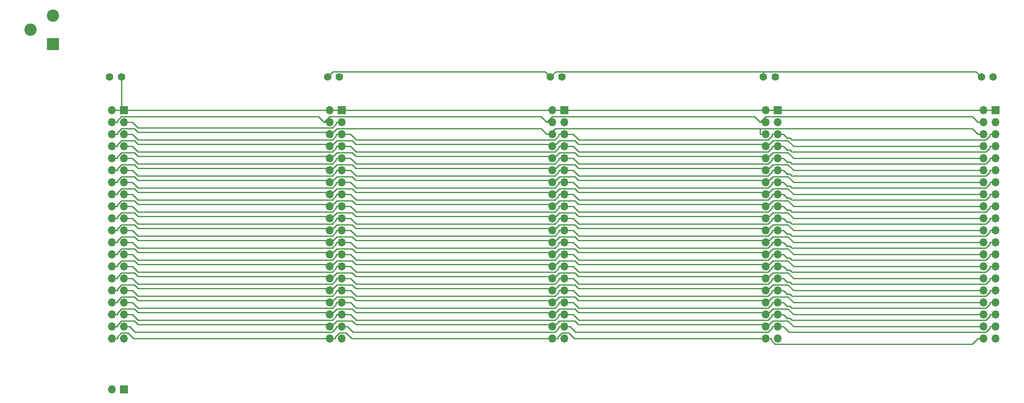
<source format=gtl>
G04 #@! TF.GenerationSoftware,KiCad,Pcbnew,(5.1.12)-1*
G04 #@! TF.CreationDate,2022-10-05T17:50:00-05:00*
G04 #@! TF.ProjectId,motherboard,6d6f7468-6572-4626-9f61-72642e6b6963,rev?*
G04 #@! TF.SameCoordinates,Original*
G04 #@! TF.FileFunction,Copper,L1,Top*
G04 #@! TF.FilePolarity,Positive*
%FSLAX46Y46*%
G04 Gerber Fmt 4.6, Leading zero omitted, Abs format (unit mm)*
G04 Created by KiCad (PCBNEW (5.1.12)-1) date 2022-10-05 17:50:00*
%MOMM*%
%LPD*%
G01*
G04 APERTURE LIST*
G04 #@! TA.AperFunction,ComponentPad*
%ADD10O,1.700000X1.700000*%
G04 #@! TD*
G04 #@! TA.AperFunction,ComponentPad*
%ADD11R,1.700000X1.700000*%
G04 #@! TD*
G04 #@! TA.AperFunction,ComponentPad*
%ADD12C,1.600000*%
G04 #@! TD*
G04 #@! TA.AperFunction,ComponentPad*
%ADD13R,2.600000X2.600000*%
G04 #@! TD*
G04 #@! TA.AperFunction,ComponentPad*
%ADD14C,2.600000*%
G04 #@! TD*
G04 #@! TA.AperFunction,Conductor*
%ADD15C,0.250000*%
G04 #@! TD*
G04 APERTURE END LIST*
D10*
X232460000Y-105260000D03*
X235000000Y-105260000D03*
X232460000Y-102720000D03*
X235000000Y-102720000D03*
X232460000Y-100180000D03*
X235000000Y-100180000D03*
X232460000Y-97640000D03*
X235000000Y-97640000D03*
X232460000Y-95100000D03*
X235000000Y-95100000D03*
X232460000Y-92560000D03*
X235000000Y-92560000D03*
X232460000Y-90020000D03*
X235000000Y-90020000D03*
X232460000Y-87480000D03*
X235000000Y-87480000D03*
X232460000Y-84940000D03*
X235000000Y-84940000D03*
X232460000Y-82400000D03*
X235000000Y-82400000D03*
X232460000Y-79860000D03*
X235000000Y-79860000D03*
X232460000Y-77320000D03*
X235000000Y-77320000D03*
X232460000Y-74780000D03*
X235000000Y-74780000D03*
X232460000Y-72240000D03*
X235000000Y-72240000D03*
X232460000Y-69700000D03*
X235000000Y-69700000D03*
X232460000Y-67160000D03*
X235000000Y-67160000D03*
X232460000Y-64620000D03*
X235000000Y-64620000D03*
X232460000Y-62080000D03*
X235000000Y-62080000D03*
X232460000Y-59540000D03*
X235000000Y-59540000D03*
X232460000Y-57000000D03*
D11*
X235000000Y-57000000D03*
D10*
X186460000Y-105260000D03*
X189000000Y-105260000D03*
X186460000Y-102720000D03*
X189000000Y-102720000D03*
X186460000Y-100180000D03*
X189000000Y-100180000D03*
X186460000Y-97640000D03*
X189000000Y-97640000D03*
X186460000Y-95100000D03*
X189000000Y-95100000D03*
X186460000Y-92560000D03*
X189000000Y-92560000D03*
X186460000Y-90020000D03*
X189000000Y-90020000D03*
X186460000Y-87480000D03*
X189000000Y-87480000D03*
X186460000Y-84940000D03*
X189000000Y-84940000D03*
X186460000Y-82400000D03*
X189000000Y-82400000D03*
X186460000Y-79860000D03*
X189000000Y-79860000D03*
X186460000Y-77320000D03*
X189000000Y-77320000D03*
X186460000Y-74780000D03*
X189000000Y-74780000D03*
X186460000Y-72240000D03*
X189000000Y-72240000D03*
X186460000Y-69700000D03*
X189000000Y-69700000D03*
X186460000Y-67160000D03*
X189000000Y-67160000D03*
X186460000Y-64620000D03*
X189000000Y-64620000D03*
X186460000Y-62080000D03*
X189000000Y-62080000D03*
X186460000Y-59540000D03*
X189000000Y-59540000D03*
X186460000Y-57000000D03*
D11*
X189000000Y-57000000D03*
D10*
X141460000Y-105260000D03*
X144000000Y-105260000D03*
X141460000Y-102720000D03*
X144000000Y-102720000D03*
X141460000Y-100180000D03*
X144000000Y-100180000D03*
X141460000Y-97640000D03*
X144000000Y-97640000D03*
X141460000Y-95100000D03*
X144000000Y-95100000D03*
X141460000Y-92560000D03*
X144000000Y-92560000D03*
X141460000Y-90020000D03*
X144000000Y-90020000D03*
X141460000Y-87480000D03*
X144000000Y-87480000D03*
X141460000Y-84940000D03*
X144000000Y-84940000D03*
X141460000Y-82400000D03*
X144000000Y-82400000D03*
X141460000Y-79860000D03*
X144000000Y-79860000D03*
X141460000Y-77320000D03*
X144000000Y-77320000D03*
X141460000Y-74780000D03*
X144000000Y-74780000D03*
X141460000Y-72240000D03*
X144000000Y-72240000D03*
X141460000Y-69700000D03*
X144000000Y-69700000D03*
X141460000Y-67160000D03*
X144000000Y-67160000D03*
X141460000Y-64620000D03*
X144000000Y-64620000D03*
X141460000Y-62080000D03*
X144000000Y-62080000D03*
X141460000Y-59540000D03*
X144000000Y-59540000D03*
X141460000Y-57000000D03*
D11*
X144000000Y-57000000D03*
D10*
X94460000Y-105260000D03*
X97000000Y-105260000D03*
X94460000Y-102720000D03*
X97000000Y-102720000D03*
X94460000Y-100180000D03*
X97000000Y-100180000D03*
X94460000Y-97640000D03*
X97000000Y-97640000D03*
X94460000Y-95100000D03*
X97000000Y-95100000D03*
X94460000Y-92560000D03*
X97000000Y-92560000D03*
X94460000Y-90020000D03*
X97000000Y-90020000D03*
X94460000Y-87480000D03*
X97000000Y-87480000D03*
X94460000Y-84940000D03*
X97000000Y-84940000D03*
X94460000Y-82400000D03*
X97000000Y-82400000D03*
X94460000Y-79860000D03*
X97000000Y-79860000D03*
X94460000Y-77320000D03*
X97000000Y-77320000D03*
X94460000Y-74780000D03*
X97000000Y-74780000D03*
X94460000Y-72240000D03*
X97000000Y-72240000D03*
X94460000Y-69700000D03*
X97000000Y-69700000D03*
X94460000Y-67160000D03*
X97000000Y-67160000D03*
X94460000Y-64620000D03*
X97000000Y-64620000D03*
X94460000Y-62080000D03*
X97000000Y-62080000D03*
X94460000Y-59540000D03*
X97000000Y-59540000D03*
X94460000Y-57000000D03*
D11*
X97000000Y-57000000D03*
D10*
X48460000Y-105260000D03*
X51000000Y-105260000D03*
X48460000Y-102720000D03*
X51000000Y-102720000D03*
X48460000Y-100180000D03*
X51000000Y-100180000D03*
X48460000Y-97640000D03*
X51000000Y-97640000D03*
X48460000Y-95100000D03*
X51000000Y-95100000D03*
X48460000Y-92560000D03*
X51000000Y-92560000D03*
X48460000Y-90020000D03*
X51000000Y-90020000D03*
X48460000Y-87480000D03*
X51000000Y-87480000D03*
X48460000Y-84940000D03*
X51000000Y-84940000D03*
X48460000Y-82400000D03*
X51000000Y-82400000D03*
X48460000Y-79860000D03*
X51000000Y-79860000D03*
X48460000Y-77320000D03*
X51000000Y-77320000D03*
X48460000Y-74780000D03*
X51000000Y-74780000D03*
X48460000Y-72240000D03*
X51000000Y-72240000D03*
X48460000Y-69700000D03*
X51000000Y-69700000D03*
X48460000Y-67160000D03*
X51000000Y-67160000D03*
X48460000Y-64620000D03*
X51000000Y-64620000D03*
X48460000Y-62080000D03*
X51000000Y-62080000D03*
X48460000Y-59540000D03*
X51000000Y-59540000D03*
X48460000Y-57000000D03*
D11*
X51000000Y-57000000D03*
D12*
X232000000Y-50000000D03*
X234500000Y-50000000D03*
X96500000Y-50000000D03*
X94000000Y-50000000D03*
X186000000Y-50000000D03*
X188500000Y-50000000D03*
X143500000Y-50000000D03*
X141000000Y-50000000D03*
X48000000Y-50000000D03*
X50500000Y-50000000D03*
D13*
X36000000Y-43000000D03*
D14*
X36000000Y-37000000D03*
X31300000Y-40000000D03*
D11*
X51000000Y-116000000D03*
D10*
X48460000Y-116000000D03*
D15*
X186000000Y-48826000D02*
X230826000Y-48826000D01*
X230826000Y-48826000D02*
X232000000Y-50000000D01*
X141000000Y-50000000D02*
X142174000Y-48826000D01*
X142174000Y-48826000D02*
X186000000Y-48826000D01*
X186000000Y-50000000D02*
X186000000Y-48826000D01*
X94000000Y-50000000D02*
X95125200Y-48874800D01*
X95125200Y-48874800D02*
X139874800Y-48874800D01*
X139874800Y-48874800D02*
X141000000Y-50000000D01*
X96412500Y-59540000D02*
X97000000Y-59540000D01*
X96412500Y-59540000D02*
X95824900Y-59540000D01*
X95824900Y-59540000D02*
X95824900Y-59905200D01*
X95824900Y-59905200D02*
X94999500Y-60730600D01*
X94999500Y-60730600D02*
X54002300Y-60730600D01*
X54002300Y-60730600D02*
X52811700Y-59540000D01*
X52811700Y-59540000D02*
X52175100Y-59540000D01*
X51000000Y-59540000D02*
X52175100Y-59540000D01*
X141460000Y-57000000D02*
X97000000Y-57000000D01*
X144000000Y-57000000D02*
X141460000Y-57000000D01*
X235000000Y-57000000D02*
X232460000Y-57000000D01*
X189000000Y-57000000D02*
X232460000Y-57000000D01*
X186460000Y-57000000D02*
X189000000Y-57000000D01*
X144000000Y-57000000D02*
X186460000Y-57000000D01*
X94460000Y-57000000D02*
X51000000Y-57000000D01*
X97000000Y-57000000D02*
X94460000Y-57000000D01*
X50500000Y-57000000D02*
X48460000Y-57000000D01*
X51000000Y-57000000D02*
X50500000Y-57000000D01*
X50500000Y-57000000D02*
X50500000Y-50000000D01*
X140284900Y-59540000D02*
X141479100Y-58345800D01*
X141479100Y-58345800D02*
X184090700Y-58345800D01*
X184090700Y-58345800D02*
X185284900Y-59540000D01*
X141460000Y-59540000D02*
X140284900Y-59540000D01*
X93284900Y-59540000D02*
X94460100Y-58364800D01*
X94460100Y-58364800D02*
X139109700Y-58364800D01*
X139109700Y-58364800D02*
X140284900Y-59540000D01*
X49635100Y-59540000D02*
X49635100Y-59172800D01*
X49635100Y-59172800D02*
X50443100Y-58364800D01*
X50443100Y-58364800D02*
X92109700Y-58364800D01*
X92109700Y-58364800D02*
X93284900Y-59540000D01*
X94460000Y-59540000D02*
X93284900Y-59540000D01*
X48460000Y-59540000D02*
X49635100Y-59540000D01*
X232460000Y-59540000D02*
X231284900Y-59540000D01*
X231284900Y-59540000D02*
X230090700Y-58345800D01*
X230090700Y-58345800D02*
X186479100Y-58345800D01*
X186479100Y-58345800D02*
X185284900Y-59540000D01*
X186460000Y-59540000D02*
X185284900Y-59540000D01*
X185284900Y-60899300D02*
X230104200Y-60899300D01*
X230104200Y-60899300D02*
X231284900Y-62080000D01*
X140872500Y-62080000D02*
X142053200Y-60899300D01*
X142053200Y-60899300D02*
X185284900Y-60899300D01*
X185284900Y-60899300D02*
X185284900Y-62080000D01*
X232460000Y-62080000D02*
X231284900Y-62080000D01*
X186460000Y-62080000D02*
X185284900Y-62080000D01*
X140872500Y-62080000D02*
X140284900Y-62080000D01*
X141460000Y-62080000D02*
X140872500Y-62080000D01*
X94460000Y-61629800D02*
X95219000Y-61629800D01*
X95219000Y-61629800D02*
X95986200Y-60862600D01*
X95986200Y-60862600D02*
X139067500Y-60862600D01*
X139067500Y-60862600D02*
X140284900Y-62080000D01*
X49635100Y-62080000D02*
X49635100Y-61712800D01*
X49635100Y-61712800D02*
X50485300Y-60862600D01*
X50485300Y-60862600D02*
X53179500Y-60862600D01*
X53179500Y-60862600D02*
X53946700Y-61629800D01*
X53946700Y-61629800D02*
X94460000Y-61629800D01*
X94460000Y-62080000D02*
X94460000Y-61629800D01*
X48460000Y-62080000D02*
X49635100Y-62080000D01*
X186460000Y-64169800D02*
X187219000Y-64169800D01*
X187219000Y-64169800D02*
X187986200Y-63402600D01*
X187986200Y-63402600D02*
X191179500Y-63402600D01*
X191179500Y-63402600D02*
X192396900Y-64620000D01*
X192396900Y-64620000D02*
X232460000Y-64620000D01*
X141460000Y-64169800D02*
X142219000Y-64169800D01*
X142219000Y-64169800D02*
X142986200Y-63402600D01*
X142986200Y-63402600D02*
X146179500Y-63402600D01*
X146179500Y-63402600D02*
X146946700Y-64169800D01*
X146946700Y-64169800D02*
X186460000Y-64169800D01*
X186460000Y-64620000D02*
X186460000Y-64169800D01*
X94460000Y-64169800D02*
X95219000Y-64169800D01*
X95219000Y-64169800D02*
X95986200Y-63402600D01*
X95986200Y-63402600D02*
X99179500Y-63402600D01*
X99179500Y-63402600D02*
X99946700Y-64169800D01*
X99946700Y-64169800D02*
X141460000Y-64169800D01*
X141460000Y-64620000D02*
X141460000Y-64169800D01*
X49635100Y-64620000D02*
X49635100Y-64252800D01*
X49635100Y-64252800D02*
X50485300Y-63402600D01*
X50485300Y-63402600D02*
X53179500Y-63402600D01*
X53179500Y-63402600D02*
X53946700Y-64169800D01*
X53946700Y-64169800D02*
X94460000Y-64169800D01*
X94460000Y-64620000D02*
X94460000Y-64169800D01*
X48460000Y-64620000D02*
X49635100Y-64620000D01*
X186460000Y-66709800D02*
X187219000Y-66709800D01*
X187219000Y-66709800D02*
X187986200Y-65942600D01*
X187986200Y-65942600D02*
X191179500Y-65942600D01*
X191179500Y-65942600D02*
X192396900Y-67160000D01*
X192396900Y-67160000D02*
X232460000Y-67160000D01*
X141460000Y-66709800D02*
X142219000Y-66709800D01*
X142219000Y-66709800D02*
X142986200Y-65942600D01*
X142986200Y-65942600D02*
X146179500Y-65942600D01*
X146179500Y-65942600D02*
X146946700Y-66709800D01*
X146946700Y-66709800D02*
X186460000Y-66709800D01*
X186460000Y-67160000D02*
X186460000Y-66709800D01*
X94460000Y-66709800D02*
X95219000Y-66709800D01*
X95219000Y-66709800D02*
X95986200Y-65942600D01*
X95986200Y-65942600D02*
X99179500Y-65942600D01*
X99179500Y-65942600D02*
X99946700Y-66709800D01*
X99946700Y-66709800D02*
X141460000Y-66709800D01*
X141460000Y-67160000D02*
X141460000Y-66709800D01*
X49635100Y-67160000D02*
X49635100Y-66792800D01*
X49635100Y-66792800D02*
X50485300Y-65942600D01*
X50485300Y-65942600D02*
X53179500Y-65942600D01*
X53179500Y-65942600D02*
X53946700Y-66709800D01*
X53946700Y-66709800D02*
X94460000Y-66709800D01*
X94460000Y-67160000D02*
X94460000Y-66709800D01*
X48460000Y-67160000D02*
X49635100Y-67160000D01*
X186460000Y-69249800D02*
X187219000Y-69249800D01*
X187219000Y-69249800D02*
X187986200Y-68482600D01*
X187986200Y-68482600D02*
X191179500Y-68482600D01*
X191179500Y-68482600D02*
X192396900Y-69700000D01*
X192396900Y-69700000D02*
X232460000Y-69700000D01*
X141460000Y-69249800D02*
X142219000Y-69249800D01*
X142219000Y-69249800D02*
X142986200Y-68482600D01*
X142986200Y-68482600D02*
X146179500Y-68482600D01*
X146179500Y-68482600D02*
X146946700Y-69249800D01*
X146946700Y-69249800D02*
X186460000Y-69249800D01*
X186460000Y-69700000D02*
X186460000Y-69249800D01*
X94460000Y-69249800D02*
X95219000Y-69249800D01*
X95219000Y-69249800D02*
X95986200Y-68482600D01*
X95986200Y-68482600D02*
X99179500Y-68482600D01*
X99179500Y-68482600D02*
X99946700Y-69249800D01*
X99946700Y-69249800D02*
X141460000Y-69249800D01*
X141460000Y-69700000D02*
X141460000Y-69249800D01*
X49635100Y-69700000D02*
X49635100Y-69332800D01*
X49635100Y-69332800D02*
X50485300Y-68482600D01*
X50485300Y-68482600D02*
X53179500Y-68482600D01*
X53179500Y-68482600D02*
X53946700Y-69249800D01*
X53946700Y-69249800D02*
X94460000Y-69249800D01*
X94460000Y-69700000D02*
X94460000Y-69249800D01*
X48460000Y-69700000D02*
X49635100Y-69700000D01*
X186460000Y-71789800D02*
X187219000Y-71789800D01*
X187219000Y-71789800D02*
X187986200Y-71022600D01*
X187986200Y-71022600D02*
X191179500Y-71022600D01*
X191179500Y-71022600D02*
X192396900Y-72240000D01*
X192396900Y-72240000D02*
X232460000Y-72240000D01*
X141460000Y-71789800D02*
X142219000Y-71789800D01*
X142219000Y-71789800D02*
X142986200Y-71022600D01*
X142986200Y-71022600D02*
X146179500Y-71022600D01*
X146179500Y-71022600D02*
X146946700Y-71789800D01*
X146946700Y-71789800D02*
X186460000Y-71789800D01*
X186460000Y-72240000D02*
X186460000Y-71789800D01*
X94460000Y-71789800D02*
X95219000Y-71789800D01*
X95219000Y-71789800D02*
X95986200Y-71022600D01*
X95986200Y-71022600D02*
X99179500Y-71022600D01*
X99179500Y-71022600D02*
X99946700Y-71789800D01*
X99946700Y-71789800D02*
X141460000Y-71789800D01*
X141460000Y-72240000D02*
X141460000Y-71789800D01*
X49635100Y-72240000D02*
X49635100Y-71872800D01*
X49635100Y-71872800D02*
X50485300Y-71022600D01*
X50485300Y-71022600D02*
X53179500Y-71022600D01*
X53179500Y-71022600D02*
X53946700Y-71789800D01*
X53946700Y-71789800D02*
X94460000Y-71789800D01*
X94460000Y-72240000D02*
X94460000Y-71789800D01*
X48460000Y-72240000D02*
X49635100Y-72240000D01*
X186460000Y-74329800D02*
X187219000Y-74329800D01*
X187219000Y-74329800D02*
X187986200Y-73562600D01*
X187986200Y-73562600D02*
X191179500Y-73562600D01*
X191179500Y-73562600D02*
X192396900Y-74780000D01*
X192396900Y-74780000D02*
X232460000Y-74780000D01*
X141460000Y-74329800D02*
X142219000Y-74329800D01*
X142219000Y-74329800D02*
X142986200Y-73562600D01*
X142986200Y-73562600D02*
X146179500Y-73562600D01*
X146179500Y-73562600D02*
X146946700Y-74329800D01*
X146946700Y-74329800D02*
X186460000Y-74329800D01*
X186460000Y-74780000D02*
X186460000Y-74329800D01*
X94460000Y-74329800D02*
X95219000Y-74329800D01*
X95219000Y-74329800D02*
X95986200Y-73562600D01*
X95986200Y-73562600D02*
X99179500Y-73562600D01*
X99179500Y-73562600D02*
X99946700Y-74329800D01*
X99946700Y-74329800D02*
X141460000Y-74329800D01*
X141460000Y-74780000D02*
X141460000Y-74329800D01*
X49635100Y-74780000D02*
X49635100Y-74412800D01*
X49635100Y-74412800D02*
X50485300Y-73562600D01*
X50485300Y-73562600D02*
X53179500Y-73562600D01*
X53179500Y-73562600D02*
X53946700Y-74329800D01*
X53946700Y-74329800D02*
X94460000Y-74329800D01*
X94460000Y-74780000D02*
X94460000Y-74329800D01*
X48460000Y-74780000D02*
X49635100Y-74780000D01*
X186460000Y-76869800D02*
X187219000Y-76869800D01*
X187219000Y-76869800D02*
X187986200Y-76102600D01*
X187986200Y-76102600D02*
X191179500Y-76102600D01*
X191179500Y-76102600D02*
X192396900Y-77320000D01*
X192396900Y-77320000D02*
X232460000Y-77320000D01*
X141460000Y-76869800D02*
X142219000Y-76869800D01*
X142219000Y-76869800D02*
X142986200Y-76102600D01*
X142986200Y-76102600D02*
X146179500Y-76102600D01*
X146179500Y-76102600D02*
X146946700Y-76869800D01*
X146946700Y-76869800D02*
X186460000Y-76869800D01*
X186460000Y-77320000D02*
X186460000Y-76869800D01*
X94460000Y-76869800D02*
X95219000Y-76869800D01*
X95219000Y-76869800D02*
X95986200Y-76102600D01*
X95986200Y-76102600D02*
X99179500Y-76102600D01*
X99179500Y-76102600D02*
X99946700Y-76869800D01*
X99946700Y-76869800D02*
X141460000Y-76869800D01*
X141460000Y-77320000D02*
X141460000Y-76869800D01*
X49635100Y-77320000D02*
X49635100Y-76952800D01*
X49635100Y-76952800D02*
X50485300Y-76102600D01*
X50485300Y-76102600D02*
X53179500Y-76102600D01*
X53179500Y-76102600D02*
X53946700Y-76869800D01*
X53946700Y-76869800D02*
X94460000Y-76869800D01*
X94460000Y-77320000D02*
X94460000Y-76869800D01*
X48460000Y-77320000D02*
X49635100Y-77320000D01*
X186460000Y-79409800D02*
X187219000Y-79409800D01*
X187219000Y-79409800D02*
X187986200Y-78642600D01*
X187986200Y-78642600D02*
X191179500Y-78642600D01*
X191179500Y-78642600D02*
X192396900Y-79860000D01*
X192396900Y-79860000D02*
X232460000Y-79860000D01*
X141460000Y-79409800D02*
X142219000Y-79409800D01*
X142219000Y-79409800D02*
X142986200Y-78642600D01*
X142986200Y-78642600D02*
X146179500Y-78642600D01*
X146179500Y-78642600D02*
X146946700Y-79409800D01*
X146946700Y-79409800D02*
X186460000Y-79409800D01*
X186460000Y-79860000D02*
X186460000Y-79409800D01*
X94460000Y-79409800D02*
X95219000Y-79409800D01*
X95219000Y-79409800D02*
X95986200Y-78642600D01*
X95986200Y-78642600D02*
X99179500Y-78642600D01*
X99179500Y-78642600D02*
X99946700Y-79409800D01*
X99946700Y-79409800D02*
X141460000Y-79409800D01*
X141460000Y-79860000D02*
X141460000Y-79409800D01*
X49635100Y-79860000D02*
X49635100Y-79492800D01*
X49635100Y-79492800D02*
X50485300Y-78642600D01*
X50485300Y-78642600D02*
X53179500Y-78642600D01*
X53179500Y-78642600D02*
X53946700Y-79409800D01*
X53946700Y-79409800D02*
X94460000Y-79409800D01*
X94460000Y-79860000D02*
X94460000Y-79409800D01*
X48460000Y-79860000D02*
X49635100Y-79860000D01*
X186460000Y-81949800D02*
X187219000Y-81949800D01*
X187219000Y-81949800D02*
X187986200Y-81182600D01*
X187986200Y-81182600D02*
X191179500Y-81182600D01*
X191179500Y-81182600D02*
X192396900Y-82400000D01*
X192396900Y-82400000D02*
X232460000Y-82400000D01*
X141460000Y-81949800D02*
X142219000Y-81949800D01*
X142219000Y-81949800D02*
X142986200Y-81182600D01*
X142986200Y-81182600D02*
X146179500Y-81182600D01*
X146179500Y-81182600D02*
X146946700Y-81949800D01*
X146946700Y-81949800D02*
X186460000Y-81949800D01*
X186460000Y-82400000D02*
X186460000Y-81949800D01*
X94460000Y-81949800D02*
X95219000Y-81949800D01*
X95219000Y-81949800D02*
X95986200Y-81182600D01*
X95986200Y-81182600D02*
X99179500Y-81182600D01*
X99179500Y-81182600D02*
X99946700Y-81949800D01*
X99946700Y-81949800D02*
X141460000Y-81949800D01*
X141460000Y-82400000D02*
X141460000Y-81949800D01*
X49635100Y-82400000D02*
X49635100Y-82032800D01*
X49635100Y-82032800D02*
X50485300Y-81182600D01*
X50485300Y-81182600D02*
X53179500Y-81182600D01*
X53179500Y-81182600D02*
X53946700Y-81949800D01*
X53946700Y-81949800D02*
X94460000Y-81949800D01*
X94460000Y-82400000D02*
X94460000Y-81949800D01*
X48460000Y-82400000D02*
X49635100Y-82400000D01*
X186460000Y-84489800D02*
X187219000Y-84489800D01*
X187219000Y-84489800D02*
X187986200Y-83722600D01*
X187986200Y-83722600D02*
X191179500Y-83722600D01*
X191179500Y-83722600D02*
X192396900Y-84940000D01*
X192396900Y-84940000D02*
X232460000Y-84940000D01*
X141460000Y-84489800D02*
X142219000Y-84489800D01*
X142219000Y-84489800D02*
X142986200Y-83722600D01*
X142986200Y-83722600D02*
X146179500Y-83722600D01*
X146179500Y-83722600D02*
X146946700Y-84489800D01*
X146946700Y-84489800D02*
X186460000Y-84489800D01*
X186460000Y-84940000D02*
X186460000Y-84489800D01*
X94460000Y-84489800D02*
X95219000Y-84489800D01*
X95219000Y-84489800D02*
X95986200Y-83722600D01*
X95986200Y-83722600D02*
X99179500Y-83722600D01*
X99179500Y-83722600D02*
X99946700Y-84489800D01*
X99946700Y-84489800D02*
X141460000Y-84489800D01*
X141460000Y-84940000D02*
X141460000Y-84489800D01*
X49635100Y-84940000D02*
X49635100Y-84572800D01*
X49635100Y-84572800D02*
X50485300Y-83722600D01*
X50485300Y-83722600D02*
X53179500Y-83722600D01*
X53179500Y-83722600D02*
X53946700Y-84489800D01*
X53946700Y-84489800D02*
X94460000Y-84489800D01*
X94460000Y-84940000D02*
X94460000Y-84489800D01*
X48460000Y-84940000D02*
X49635100Y-84940000D01*
X186460000Y-87029800D02*
X187219000Y-87029800D01*
X187219000Y-87029800D02*
X187986200Y-86262600D01*
X187986200Y-86262600D02*
X191179500Y-86262600D01*
X191179500Y-86262600D02*
X192396900Y-87480000D01*
X192396900Y-87480000D02*
X232460000Y-87480000D01*
X141460000Y-87029800D02*
X142219000Y-87029800D01*
X142219000Y-87029800D02*
X142986200Y-86262600D01*
X142986200Y-86262600D02*
X146179500Y-86262600D01*
X146179500Y-86262600D02*
X146946700Y-87029800D01*
X146946700Y-87029800D02*
X186460000Y-87029800D01*
X186460000Y-87480000D02*
X186460000Y-87029800D01*
X94460000Y-87029800D02*
X95219000Y-87029800D01*
X95219000Y-87029800D02*
X95986200Y-86262600D01*
X95986200Y-86262600D02*
X99179500Y-86262600D01*
X99179500Y-86262600D02*
X99946700Y-87029800D01*
X99946700Y-87029800D02*
X141460000Y-87029800D01*
X141460000Y-87480000D02*
X141460000Y-87029800D01*
X49635100Y-87480000D02*
X49635100Y-87112800D01*
X49635100Y-87112800D02*
X50485300Y-86262600D01*
X50485300Y-86262600D02*
X53179500Y-86262600D01*
X53179500Y-86262600D02*
X53946700Y-87029800D01*
X53946700Y-87029800D02*
X94460000Y-87029800D01*
X94460000Y-87480000D02*
X94460000Y-87029800D01*
X48460000Y-87480000D02*
X49635100Y-87480000D01*
X186460000Y-89569800D02*
X187219000Y-89569800D01*
X187219000Y-89569800D02*
X187986200Y-88802600D01*
X187986200Y-88802600D02*
X191179500Y-88802600D01*
X191179500Y-88802600D02*
X192396900Y-90020000D01*
X192396900Y-90020000D02*
X232460000Y-90020000D01*
X141460000Y-89569800D02*
X142219000Y-89569800D01*
X142219000Y-89569800D02*
X142986200Y-88802600D01*
X142986200Y-88802600D02*
X146179500Y-88802600D01*
X146179500Y-88802600D02*
X146946700Y-89569800D01*
X146946700Y-89569800D02*
X186460000Y-89569800D01*
X186460000Y-90020000D02*
X186460000Y-89569800D01*
X94460000Y-89569800D02*
X95219000Y-89569800D01*
X95219000Y-89569800D02*
X95986200Y-88802600D01*
X95986200Y-88802600D02*
X99179500Y-88802600D01*
X99179500Y-88802600D02*
X99946700Y-89569800D01*
X99946700Y-89569800D02*
X141460000Y-89569800D01*
X141460000Y-90020000D02*
X141460000Y-89569800D01*
X49635100Y-90020000D02*
X49635100Y-89652800D01*
X49635100Y-89652800D02*
X50485300Y-88802600D01*
X50485300Y-88802600D02*
X53179500Y-88802600D01*
X53179500Y-88802600D02*
X53946700Y-89569800D01*
X53946700Y-89569800D02*
X94460000Y-89569800D01*
X94460000Y-90020000D02*
X94460000Y-89569800D01*
X48460000Y-90020000D02*
X49635100Y-90020000D01*
X186460000Y-92109800D02*
X187219000Y-92109800D01*
X187219000Y-92109800D02*
X187986200Y-91342600D01*
X187986200Y-91342600D02*
X191179500Y-91342600D01*
X191179500Y-91342600D02*
X192396900Y-92560000D01*
X192396900Y-92560000D02*
X232460000Y-92560000D01*
X141460000Y-92109800D02*
X142219000Y-92109800D01*
X142219000Y-92109800D02*
X142986200Y-91342600D01*
X142986200Y-91342600D02*
X146179500Y-91342600D01*
X146179500Y-91342600D02*
X146946700Y-92109800D01*
X146946700Y-92109800D02*
X186460000Y-92109800D01*
X186460000Y-92560000D02*
X186460000Y-92109800D01*
X94460000Y-92109800D02*
X95219000Y-92109800D01*
X95219000Y-92109800D02*
X95986200Y-91342600D01*
X95986200Y-91342600D02*
X99179500Y-91342600D01*
X99179500Y-91342600D02*
X99946700Y-92109800D01*
X99946700Y-92109800D02*
X141460000Y-92109800D01*
X141460000Y-92560000D02*
X141460000Y-92109800D01*
X49635100Y-92560000D02*
X49635100Y-92192800D01*
X49635100Y-92192800D02*
X50485300Y-91342600D01*
X50485300Y-91342600D02*
X53179500Y-91342600D01*
X53179500Y-91342600D02*
X53946700Y-92109800D01*
X53946700Y-92109800D02*
X94460000Y-92109800D01*
X94460000Y-92560000D02*
X94460000Y-92109800D01*
X48460000Y-92560000D02*
X49635100Y-92560000D01*
X186460000Y-94649800D02*
X187219000Y-94649800D01*
X187219000Y-94649800D02*
X187986200Y-93882600D01*
X187986200Y-93882600D02*
X191179500Y-93882600D01*
X191179500Y-93882600D02*
X192396900Y-95100000D01*
X192396900Y-95100000D02*
X232460000Y-95100000D01*
X141460000Y-94649800D02*
X142219000Y-94649800D01*
X142219000Y-94649800D02*
X142986200Y-93882600D01*
X142986200Y-93882600D02*
X146179500Y-93882600D01*
X146179500Y-93882600D02*
X146946700Y-94649800D01*
X146946700Y-94649800D02*
X186460000Y-94649800D01*
X186460000Y-95100000D02*
X186460000Y-94649800D01*
X94460000Y-94649800D02*
X95219000Y-94649800D01*
X95219000Y-94649800D02*
X95986200Y-93882600D01*
X95986200Y-93882600D02*
X99179500Y-93882600D01*
X99179500Y-93882600D02*
X99946700Y-94649800D01*
X99946700Y-94649800D02*
X141460000Y-94649800D01*
X141460000Y-95100000D02*
X141460000Y-94649800D01*
X49635100Y-95100000D02*
X49635100Y-94732800D01*
X49635100Y-94732800D02*
X50485300Y-93882600D01*
X50485300Y-93882600D02*
X53179500Y-93882600D01*
X53179500Y-93882600D02*
X53946700Y-94649800D01*
X53946700Y-94649800D02*
X94460000Y-94649800D01*
X94460000Y-95100000D02*
X94460000Y-94649800D01*
X48460000Y-95100000D02*
X49635100Y-95100000D01*
X186460000Y-97189800D02*
X187219000Y-97189800D01*
X187219000Y-97189800D02*
X187986200Y-96422600D01*
X187986200Y-96422600D02*
X191179500Y-96422600D01*
X191179500Y-96422600D02*
X192396900Y-97640000D01*
X192396900Y-97640000D02*
X232460000Y-97640000D01*
X141460000Y-97189800D02*
X142219000Y-97189800D01*
X142219000Y-97189800D02*
X142986200Y-96422600D01*
X142986200Y-96422600D02*
X146179500Y-96422600D01*
X146179500Y-96422600D02*
X146946700Y-97189800D01*
X146946700Y-97189800D02*
X186460000Y-97189800D01*
X186460000Y-97640000D02*
X186460000Y-97189800D01*
X94460000Y-97189800D02*
X95219000Y-97189800D01*
X95219000Y-97189800D02*
X95986200Y-96422600D01*
X95986200Y-96422600D02*
X99179500Y-96422600D01*
X99179500Y-96422600D02*
X99946700Y-97189800D01*
X99946700Y-97189800D02*
X141460000Y-97189800D01*
X141460000Y-97640000D02*
X141460000Y-97189800D01*
X49635100Y-97640000D02*
X49635100Y-97272800D01*
X49635100Y-97272800D02*
X50485300Y-96422600D01*
X50485300Y-96422600D02*
X53179500Y-96422600D01*
X53179500Y-96422600D02*
X53946700Y-97189800D01*
X53946700Y-97189800D02*
X94460000Y-97189800D01*
X94460000Y-97640000D02*
X94460000Y-97189800D01*
X48460000Y-97640000D02*
X49635100Y-97640000D01*
X186460000Y-99729800D02*
X187219000Y-99729800D01*
X187219000Y-99729800D02*
X187986200Y-98962600D01*
X187986200Y-98962600D02*
X191179500Y-98962600D01*
X191179500Y-98962600D02*
X192396900Y-100180000D01*
X192396900Y-100180000D02*
X232460000Y-100180000D01*
X141460000Y-99729800D02*
X142219000Y-99729800D01*
X142219000Y-99729800D02*
X142986200Y-98962600D01*
X142986200Y-98962600D02*
X146179500Y-98962600D01*
X146179500Y-98962600D02*
X146946700Y-99729800D01*
X146946700Y-99729800D02*
X186460000Y-99729800D01*
X186460000Y-100180000D02*
X186460000Y-99729800D01*
X94460000Y-99729800D02*
X95219000Y-99729800D01*
X95219000Y-99729800D02*
X95986200Y-98962600D01*
X95986200Y-98962600D02*
X99179500Y-98962600D01*
X99179500Y-98962600D02*
X99946700Y-99729800D01*
X99946700Y-99729800D02*
X141460000Y-99729800D01*
X141460000Y-100180000D02*
X141460000Y-99729800D01*
X49635100Y-100180000D02*
X49635100Y-99812800D01*
X49635100Y-99812800D02*
X50485300Y-98962600D01*
X50485300Y-98962600D02*
X53179500Y-98962600D01*
X53179500Y-98962600D02*
X53946700Y-99729800D01*
X53946700Y-99729800D02*
X94460000Y-99729800D01*
X94460000Y-100180000D02*
X94460000Y-99729800D01*
X48460000Y-100180000D02*
X49635100Y-100180000D01*
X186460000Y-102269800D02*
X187219000Y-102269800D01*
X187219000Y-102269800D02*
X187986200Y-101502600D01*
X187986200Y-101502600D02*
X191179500Y-101502600D01*
X191179500Y-101502600D02*
X192396900Y-102720000D01*
X192396900Y-102720000D02*
X232460000Y-102720000D01*
X141460000Y-102269800D02*
X142219000Y-102269800D01*
X142219000Y-102269800D02*
X142986200Y-101502600D01*
X142986200Y-101502600D02*
X146179500Y-101502600D01*
X146179500Y-101502600D02*
X146946700Y-102269800D01*
X146946700Y-102269800D02*
X186460000Y-102269800D01*
X186460000Y-102720000D02*
X186460000Y-102269800D01*
X94460000Y-102269800D02*
X95219000Y-102269800D01*
X95219000Y-102269800D02*
X95986200Y-101502600D01*
X95986200Y-101502600D02*
X99179500Y-101502600D01*
X99179500Y-101502600D02*
X99946700Y-102269800D01*
X99946700Y-102269800D02*
X141460000Y-102269800D01*
X141460000Y-102720000D02*
X141460000Y-102269800D01*
X49635100Y-102720000D02*
X49635100Y-102352800D01*
X49635100Y-102352800D02*
X50485300Y-101502600D01*
X50485300Y-101502600D02*
X53179500Y-101502600D01*
X53179500Y-101502600D02*
X53946700Y-102269800D01*
X53946700Y-102269800D02*
X94460000Y-102269800D01*
X94460000Y-102720000D02*
X94460000Y-102269800D01*
X48460000Y-102720000D02*
X49635100Y-102720000D01*
X232460000Y-105260000D02*
X231284900Y-105260000D01*
X186460000Y-105260000D02*
X187635100Y-105260000D01*
X187635100Y-105260000D02*
X187635100Y-105627200D01*
X187635100Y-105627200D02*
X188449600Y-106441700D01*
X188449600Y-106441700D02*
X230103200Y-106441700D01*
X230103200Y-106441700D02*
X231284900Y-105260000D01*
X142635100Y-105260000D02*
X142635100Y-104892800D01*
X142635100Y-104892800D02*
X143445200Y-104082700D01*
X143445200Y-104082700D02*
X144897100Y-104082700D01*
X144897100Y-104082700D02*
X146074400Y-105260000D01*
X146074400Y-105260000D02*
X186460000Y-105260000D01*
X48460000Y-105260000D02*
X49635100Y-105260000D01*
X49635100Y-105260000D02*
X49635100Y-104892800D01*
X49635100Y-104892800D02*
X50444100Y-104083800D01*
X50444100Y-104083800D02*
X51893600Y-104083800D01*
X51893600Y-104083800D02*
X53069800Y-105260000D01*
X53069800Y-105260000D02*
X94460000Y-105260000D01*
X141460000Y-105260000D02*
X142635100Y-105260000D01*
X95635100Y-105260000D02*
X95635100Y-104892800D01*
X95635100Y-104892800D02*
X96445200Y-104082700D01*
X96445200Y-104082700D02*
X97897100Y-104082700D01*
X97897100Y-104082700D02*
X99074400Y-105260000D01*
X99074400Y-105260000D02*
X141460000Y-105260000D01*
X94460000Y-105260000D02*
X95635100Y-105260000D01*
X97000000Y-102720000D02*
X95824900Y-102720000D01*
X51000000Y-102720000D02*
X52175100Y-102720000D01*
X52175100Y-102720000D02*
X53370300Y-103915200D01*
X53370300Y-103915200D02*
X94994900Y-103915200D01*
X94994900Y-103915200D02*
X95824900Y-103085200D01*
X95824900Y-103085200D02*
X95824900Y-102720000D01*
X235000000Y-102720000D02*
X233824900Y-102720000D01*
X189000000Y-102720000D02*
X190175100Y-102720000D01*
X190175100Y-102720000D02*
X191365700Y-103910600D01*
X191365700Y-103910600D02*
X232999500Y-103910600D01*
X232999500Y-103910600D02*
X233824900Y-103085200D01*
X233824900Y-103085200D02*
X233824900Y-102720000D01*
X188412500Y-102720000D02*
X189000000Y-102720000D01*
X188412500Y-102720000D02*
X187824900Y-102720000D01*
X144000000Y-102720000D02*
X145175100Y-102720000D01*
X145175100Y-102720000D02*
X146365700Y-103910600D01*
X146365700Y-103910600D02*
X186999500Y-103910600D01*
X186999500Y-103910600D02*
X187824900Y-103085200D01*
X187824900Y-103085200D02*
X187824900Y-102720000D01*
X143412500Y-102720000D02*
X144000000Y-102720000D01*
X143412500Y-102720000D02*
X142824900Y-102720000D01*
X97000000Y-102720000D02*
X98175100Y-102720000D01*
X98175100Y-102720000D02*
X99365700Y-103910600D01*
X99365700Y-103910600D02*
X141999500Y-103910600D01*
X141999500Y-103910600D02*
X142824900Y-103085200D01*
X142824900Y-103085200D02*
X142824900Y-102720000D01*
X233824900Y-100180000D02*
X233824900Y-100545200D01*
X233824900Y-100545200D02*
X232999500Y-101370600D01*
X232999500Y-101370600D02*
X191947800Y-101370600D01*
X191947800Y-101370600D02*
X191947800Y-101316100D01*
X191947800Y-101316100D02*
X191552200Y-100920500D01*
X191552200Y-100920500D02*
X191126800Y-100920500D01*
X191126800Y-100920500D02*
X191021200Y-101026100D01*
X191021200Y-101026100D02*
X190175100Y-100180000D01*
X235000000Y-100180000D02*
X233824900Y-100180000D01*
X189000000Y-100180000D02*
X190175100Y-100180000D01*
X188412500Y-100180000D02*
X189000000Y-100180000D01*
X188412500Y-100180000D02*
X187824900Y-100180000D01*
X187824900Y-100180000D02*
X187824900Y-100545200D01*
X187824900Y-100545200D02*
X186999500Y-101370600D01*
X186999500Y-101370600D02*
X147002300Y-101370600D01*
X147002300Y-101370600D02*
X145811700Y-100180000D01*
X145811700Y-100180000D02*
X145175100Y-100180000D01*
X144000000Y-100180000D02*
X145175100Y-100180000D01*
X143412500Y-100180000D02*
X144000000Y-100180000D01*
X143412500Y-100180000D02*
X142824900Y-100180000D01*
X142824900Y-100180000D02*
X142824900Y-100545200D01*
X142824900Y-100545200D02*
X141999500Y-101370600D01*
X141999500Y-101370600D02*
X100002300Y-101370600D01*
X100002300Y-101370600D02*
X98811700Y-100180000D01*
X98811700Y-100180000D02*
X98175100Y-100180000D01*
X97000000Y-100180000D02*
X98175100Y-100180000D01*
X96412500Y-100180000D02*
X97000000Y-100180000D01*
X96412500Y-100180000D02*
X95824900Y-100180000D01*
X95824900Y-100180000D02*
X95824900Y-100545200D01*
X95824900Y-100545200D02*
X94999500Y-101370600D01*
X94999500Y-101370600D02*
X54002300Y-101370600D01*
X54002300Y-101370600D02*
X52811700Y-100180000D01*
X52811700Y-100180000D02*
X52175100Y-100180000D01*
X51000000Y-100180000D02*
X52175100Y-100180000D01*
X233824900Y-97640000D02*
X233824900Y-98005200D01*
X233824900Y-98005200D02*
X232999500Y-98830600D01*
X232999500Y-98830600D02*
X191947800Y-98830600D01*
X191947800Y-98830600D02*
X191947800Y-98776100D01*
X191947800Y-98776100D02*
X191552200Y-98380500D01*
X191552200Y-98380500D02*
X191126800Y-98380500D01*
X191126800Y-98380500D02*
X191021200Y-98486100D01*
X191021200Y-98486100D02*
X190175100Y-97640000D01*
X235000000Y-97640000D02*
X233824900Y-97640000D01*
X189000000Y-97640000D02*
X190175100Y-97640000D01*
X188412500Y-97640000D02*
X189000000Y-97640000D01*
X188412500Y-97640000D02*
X187824900Y-97640000D01*
X187824900Y-97640000D02*
X187824900Y-98005200D01*
X187824900Y-98005200D02*
X186999500Y-98830600D01*
X186999500Y-98830600D02*
X147002300Y-98830600D01*
X147002300Y-98830600D02*
X145811700Y-97640000D01*
X145811700Y-97640000D02*
X145175100Y-97640000D01*
X144000000Y-97640000D02*
X145175100Y-97640000D01*
X143412500Y-97640000D02*
X144000000Y-97640000D01*
X143412500Y-97640000D02*
X142824900Y-97640000D01*
X142824900Y-97640000D02*
X142824900Y-98005200D01*
X142824900Y-98005200D02*
X141999500Y-98830600D01*
X141999500Y-98830600D02*
X100002300Y-98830600D01*
X100002300Y-98830600D02*
X98811700Y-97640000D01*
X98811700Y-97640000D02*
X98175100Y-97640000D01*
X97000000Y-97640000D02*
X98175100Y-97640000D01*
X96412500Y-97640000D02*
X97000000Y-97640000D01*
X96412500Y-97640000D02*
X95824900Y-97640000D01*
X95824900Y-97640000D02*
X95824900Y-98005200D01*
X95824900Y-98005200D02*
X94999500Y-98830600D01*
X94999500Y-98830600D02*
X54002300Y-98830600D01*
X54002300Y-98830600D02*
X52811700Y-97640000D01*
X52811700Y-97640000D02*
X52175100Y-97640000D01*
X51000000Y-97640000D02*
X52175100Y-97640000D01*
X233824900Y-95100000D02*
X233824900Y-95465200D01*
X233824900Y-95465200D02*
X232999500Y-96290600D01*
X232999500Y-96290600D02*
X191947800Y-96290600D01*
X191947800Y-96290600D02*
X191947800Y-96236100D01*
X191947800Y-96236100D02*
X191552200Y-95840500D01*
X191552200Y-95840500D02*
X191126800Y-95840500D01*
X191126800Y-95840500D02*
X191021200Y-95946100D01*
X191021200Y-95946100D02*
X190175100Y-95100000D01*
X235000000Y-95100000D02*
X233824900Y-95100000D01*
X189000000Y-95100000D02*
X190175100Y-95100000D01*
X188412500Y-95100000D02*
X189000000Y-95100000D01*
X188412500Y-95100000D02*
X187824900Y-95100000D01*
X187824900Y-95100000D02*
X187824900Y-95465200D01*
X187824900Y-95465200D02*
X186999500Y-96290600D01*
X186999500Y-96290600D02*
X147002300Y-96290600D01*
X147002300Y-96290600D02*
X145811700Y-95100000D01*
X145811700Y-95100000D02*
X145175100Y-95100000D01*
X144000000Y-95100000D02*
X145175100Y-95100000D01*
X143412500Y-95100000D02*
X144000000Y-95100000D01*
X143412500Y-95100000D02*
X142824900Y-95100000D01*
X142824900Y-95100000D02*
X142824900Y-95465200D01*
X142824900Y-95465200D02*
X141999500Y-96290600D01*
X141999500Y-96290600D02*
X100002300Y-96290600D01*
X100002300Y-96290600D02*
X98811700Y-95100000D01*
X98811700Y-95100000D02*
X98175100Y-95100000D01*
X97000000Y-95100000D02*
X98175100Y-95100000D01*
X96412500Y-95100000D02*
X97000000Y-95100000D01*
X96412500Y-95100000D02*
X95824900Y-95100000D01*
X95824900Y-95100000D02*
X95824900Y-95465200D01*
X95824900Y-95465200D02*
X94999500Y-96290600D01*
X94999500Y-96290600D02*
X54002300Y-96290600D01*
X54002300Y-96290600D02*
X52811700Y-95100000D01*
X52811700Y-95100000D02*
X52175100Y-95100000D01*
X51000000Y-95100000D02*
X52175100Y-95100000D01*
X233824900Y-92560000D02*
X233824900Y-92925200D01*
X233824900Y-92925200D02*
X232999500Y-93750600D01*
X232999500Y-93750600D02*
X191947800Y-93750600D01*
X191947800Y-93750600D02*
X191947800Y-93696100D01*
X191947800Y-93696100D02*
X191552200Y-93300500D01*
X191552200Y-93300500D02*
X191126800Y-93300500D01*
X191126800Y-93300500D02*
X191021200Y-93406100D01*
X191021200Y-93406100D02*
X190175100Y-92560000D01*
X235000000Y-92560000D02*
X233824900Y-92560000D01*
X189000000Y-92560000D02*
X190175100Y-92560000D01*
X188412500Y-92560000D02*
X189000000Y-92560000D01*
X188412500Y-92560000D02*
X187824900Y-92560000D01*
X187824900Y-92560000D02*
X187824900Y-92925200D01*
X187824900Y-92925200D02*
X186999500Y-93750600D01*
X186999500Y-93750600D02*
X147002300Y-93750600D01*
X147002300Y-93750600D02*
X145811700Y-92560000D01*
X145811700Y-92560000D02*
X145175100Y-92560000D01*
X144000000Y-92560000D02*
X145175100Y-92560000D01*
X143412500Y-92560000D02*
X144000000Y-92560000D01*
X143412500Y-92560000D02*
X142824900Y-92560000D01*
X142824900Y-92560000D02*
X142824900Y-92925200D01*
X142824900Y-92925200D02*
X141999500Y-93750600D01*
X141999500Y-93750600D02*
X100002300Y-93750600D01*
X100002300Y-93750600D02*
X98811700Y-92560000D01*
X98811700Y-92560000D02*
X98175100Y-92560000D01*
X97000000Y-92560000D02*
X98175100Y-92560000D01*
X96412500Y-92560000D02*
X97000000Y-92560000D01*
X96412500Y-92560000D02*
X95824900Y-92560000D01*
X95824900Y-92560000D02*
X95824900Y-92925200D01*
X95824900Y-92925200D02*
X94999500Y-93750600D01*
X94999500Y-93750600D02*
X54002300Y-93750600D01*
X54002300Y-93750600D02*
X52811700Y-92560000D01*
X52811700Y-92560000D02*
X52175100Y-92560000D01*
X51000000Y-92560000D02*
X52175100Y-92560000D01*
X233824900Y-90020000D02*
X233824900Y-90385200D01*
X233824900Y-90385200D02*
X232999500Y-91210600D01*
X232999500Y-91210600D02*
X191947800Y-91210600D01*
X191947800Y-91210600D02*
X191947800Y-91156100D01*
X191947800Y-91156100D02*
X191552200Y-90760500D01*
X191552200Y-90760500D02*
X191126800Y-90760500D01*
X191126800Y-90760500D02*
X191021200Y-90866100D01*
X191021200Y-90866100D02*
X190175100Y-90020000D01*
X235000000Y-90020000D02*
X233824900Y-90020000D01*
X189000000Y-90020000D02*
X190175100Y-90020000D01*
X188412500Y-90020000D02*
X189000000Y-90020000D01*
X188412500Y-90020000D02*
X187824900Y-90020000D01*
X187824900Y-90020000D02*
X187824900Y-90385200D01*
X187824900Y-90385200D02*
X186999500Y-91210600D01*
X186999500Y-91210600D02*
X147002300Y-91210600D01*
X147002300Y-91210600D02*
X145811700Y-90020000D01*
X145811700Y-90020000D02*
X145175100Y-90020000D01*
X144000000Y-90020000D02*
X145175100Y-90020000D01*
X143412500Y-90020000D02*
X144000000Y-90020000D01*
X143412500Y-90020000D02*
X142824900Y-90020000D01*
X142824900Y-90020000D02*
X142824900Y-90385200D01*
X142824900Y-90385200D02*
X141999500Y-91210600D01*
X141999500Y-91210600D02*
X100002300Y-91210600D01*
X100002300Y-91210600D02*
X98811700Y-90020000D01*
X98811700Y-90020000D02*
X98175100Y-90020000D01*
X97000000Y-90020000D02*
X98175100Y-90020000D01*
X96412500Y-90020000D02*
X97000000Y-90020000D01*
X96412500Y-90020000D02*
X95824900Y-90020000D01*
X95824900Y-90020000D02*
X95824900Y-90385200D01*
X95824900Y-90385200D02*
X94999500Y-91210600D01*
X94999500Y-91210600D02*
X54002300Y-91210600D01*
X54002300Y-91210600D02*
X52811700Y-90020000D01*
X52811700Y-90020000D02*
X52175100Y-90020000D01*
X51000000Y-90020000D02*
X52175100Y-90020000D01*
X233824900Y-87480000D02*
X233824900Y-87845200D01*
X233824900Y-87845200D02*
X232999500Y-88670600D01*
X232999500Y-88670600D02*
X191947800Y-88670600D01*
X191947800Y-88670600D02*
X191947800Y-88616100D01*
X191947800Y-88616100D02*
X191552200Y-88220500D01*
X191552200Y-88220500D02*
X191126800Y-88220500D01*
X191126800Y-88220500D02*
X191021200Y-88326100D01*
X191021200Y-88326100D02*
X190175100Y-87480000D01*
X235000000Y-87480000D02*
X233824900Y-87480000D01*
X189000000Y-87480000D02*
X190175100Y-87480000D01*
X188412500Y-87480000D02*
X189000000Y-87480000D01*
X188412500Y-87480000D02*
X187824900Y-87480000D01*
X187824900Y-87480000D02*
X187824900Y-87845200D01*
X187824900Y-87845200D02*
X186999500Y-88670600D01*
X186999500Y-88670600D02*
X147002300Y-88670600D01*
X147002300Y-88670600D02*
X145811700Y-87480000D01*
X145811700Y-87480000D02*
X145175100Y-87480000D01*
X144000000Y-87480000D02*
X145175100Y-87480000D01*
X143412500Y-87480000D02*
X144000000Y-87480000D01*
X143412500Y-87480000D02*
X142824900Y-87480000D01*
X142824900Y-87480000D02*
X142824900Y-87845200D01*
X142824900Y-87845200D02*
X141999500Y-88670600D01*
X141999500Y-88670600D02*
X100002300Y-88670600D01*
X100002300Y-88670600D02*
X98811700Y-87480000D01*
X98811700Y-87480000D02*
X98175100Y-87480000D01*
X97000000Y-87480000D02*
X98175100Y-87480000D01*
X96412500Y-87480000D02*
X97000000Y-87480000D01*
X96412500Y-87480000D02*
X95824900Y-87480000D01*
X95824900Y-87480000D02*
X95824900Y-87845200D01*
X95824900Y-87845200D02*
X94999500Y-88670600D01*
X94999500Y-88670600D02*
X54002300Y-88670600D01*
X54002300Y-88670600D02*
X52811700Y-87480000D01*
X52811700Y-87480000D02*
X52175100Y-87480000D01*
X51000000Y-87480000D02*
X52175100Y-87480000D01*
X233824900Y-84940000D02*
X233824900Y-85305200D01*
X233824900Y-85305200D02*
X232999500Y-86130600D01*
X232999500Y-86130600D02*
X191947800Y-86130600D01*
X191947800Y-86130600D02*
X191947800Y-86076100D01*
X191947800Y-86076100D02*
X191552200Y-85680500D01*
X191552200Y-85680500D02*
X191126800Y-85680500D01*
X191126800Y-85680500D02*
X191021200Y-85786100D01*
X191021200Y-85786100D02*
X190175100Y-84940000D01*
X235000000Y-84940000D02*
X233824900Y-84940000D01*
X189000000Y-84940000D02*
X190175100Y-84940000D01*
X188412500Y-84940000D02*
X189000000Y-84940000D01*
X188412500Y-84940000D02*
X187824900Y-84940000D01*
X187824900Y-84940000D02*
X187824900Y-85305200D01*
X187824900Y-85305200D02*
X186999500Y-86130600D01*
X186999500Y-86130600D02*
X147002300Y-86130600D01*
X147002300Y-86130600D02*
X145811700Y-84940000D01*
X145811700Y-84940000D02*
X145175100Y-84940000D01*
X144000000Y-84940000D02*
X145175100Y-84940000D01*
X143412500Y-84940000D02*
X144000000Y-84940000D01*
X143412500Y-84940000D02*
X142824900Y-84940000D01*
X142824900Y-84940000D02*
X142824900Y-85305200D01*
X142824900Y-85305200D02*
X141999500Y-86130600D01*
X141999500Y-86130600D02*
X100002300Y-86130600D01*
X100002300Y-86130600D02*
X98811700Y-84940000D01*
X98811700Y-84940000D02*
X98175100Y-84940000D01*
X97000000Y-84940000D02*
X98175100Y-84940000D01*
X96412500Y-84940000D02*
X97000000Y-84940000D01*
X96412500Y-84940000D02*
X95824900Y-84940000D01*
X95824900Y-84940000D02*
X95824900Y-85305200D01*
X95824900Y-85305200D02*
X94999500Y-86130600D01*
X94999500Y-86130600D02*
X54002300Y-86130600D01*
X54002300Y-86130600D02*
X52811700Y-84940000D01*
X52811700Y-84940000D02*
X52175100Y-84940000D01*
X51000000Y-84940000D02*
X52175100Y-84940000D01*
X233824900Y-82400000D02*
X233824900Y-82765200D01*
X233824900Y-82765200D02*
X232999500Y-83590600D01*
X232999500Y-83590600D02*
X191947800Y-83590600D01*
X191947800Y-83590600D02*
X191947800Y-83536100D01*
X191947800Y-83536100D02*
X191552200Y-83140500D01*
X191552200Y-83140500D02*
X191126800Y-83140500D01*
X191126800Y-83140500D02*
X191021200Y-83246100D01*
X191021200Y-83246100D02*
X190175100Y-82400000D01*
X235000000Y-82400000D02*
X233824900Y-82400000D01*
X189000000Y-82400000D02*
X190175100Y-82400000D01*
X188412500Y-82400000D02*
X189000000Y-82400000D01*
X188412500Y-82400000D02*
X187824900Y-82400000D01*
X187824900Y-82400000D02*
X187824900Y-82765200D01*
X187824900Y-82765200D02*
X186999500Y-83590600D01*
X186999500Y-83590600D02*
X147002300Y-83590600D01*
X147002300Y-83590600D02*
X145811700Y-82400000D01*
X145811700Y-82400000D02*
X145175100Y-82400000D01*
X144000000Y-82400000D02*
X145175100Y-82400000D01*
X143412500Y-82400000D02*
X144000000Y-82400000D01*
X143412500Y-82400000D02*
X142824900Y-82400000D01*
X142824900Y-82400000D02*
X142824900Y-82765200D01*
X142824900Y-82765200D02*
X141999500Y-83590600D01*
X141999500Y-83590600D02*
X100002300Y-83590600D01*
X100002300Y-83590600D02*
X98811700Y-82400000D01*
X98811700Y-82400000D02*
X98175100Y-82400000D01*
X97000000Y-82400000D02*
X98175100Y-82400000D01*
X96412500Y-82400000D02*
X97000000Y-82400000D01*
X96412500Y-82400000D02*
X95824900Y-82400000D01*
X95824900Y-82400000D02*
X95824900Y-82765200D01*
X95824900Y-82765200D02*
X94999500Y-83590600D01*
X94999500Y-83590600D02*
X54002300Y-83590600D01*
X54002300Y-83590600D02*
X52811700Y-82400000D01*
X52811700Y-82400000D02*
X52175100Y-82400000D01*
X51000000Y-82400000D02*
X52175100Y-82400000D01*
X233824900Y-79860000D02*
X233824900Y-80225200D01*
X233824900Y-80225200D02*
X232999500Y-81050600D01*
X232999500Y-81050600D02*
X191947800Y-81050600D01*
X191947800Y-81050600D02*
X191947800Y-80996100D01*
X191947800Y-80996100D02*
X191552200Y-80600500D01*
X191552200Y-80600500D02*
X191126800Y-80600500D01*
X191126800Y-80600500D02*
X191021200Y-80706100D01*
X191021200Y-80706100D02*
X190175100Y-79860000D01*
X235000000Y-79860000D02*
X233824900Y-79860000D01*
X189000000Y-79860000D02*
X190175100Y-79860000D01*
X188412500Y-79860000D02*
X189000000Y-79860000D01*
X188412500Y-79860000D02*
X187824900Y-79860000D01*
X187824900Y-79860000D02*
X187824900Y-80225200D01*
X187824900Y-80225200D02*
X186999500Y-81050600D01*
X186999500Y-81050600D02*
X147002300Y-81050600D01*
X147002300Y-81050600D02*
X145811700Y-79860000D01*
X145811700Y-79860000D02*
X145175100Y-79860000D01*
X144000000Y-79860000D02*
X145175100Y-79860000D01*
X143412500Y-79860000D02*
X144000000Y-79860000D01*
X143412500Y-79860000D02*
X142824900Y-79860000D01*
X142824900Y-79860000D02*
X142824900Y-80225200D01*
X142824900Y-80225200D02*
X141999500Y-81050600D01*
X141999500Y-81050600D02*
X100002300Y-81050600D01*
X100002300Y-81050600D02*
X98811700Y-79860000D01*
X98811700Y-79860000D02*
X98175100Y-79860000D01*
X97000000Y-79860000D02*
X98175100Y-79860000D01*
X96412500Y-79860000D02*
X97000000Y-79860000D01*
X96412500Y-79860000D02*
X95824900Y-79860000D01*
X95824900Y-79860000D02*
X95824900Y-80225200D01*
X95824900Y-80225200D02*
X94999500Y-81050600D01*
X94999500Y-81050600D02*
X54002300Y-81050600D01*
X54002300Y-81050600D02*
X52811700Y-79860000D01*
X52811700Y-79860000D02*
X52175100Y-79860000D01*
X51000000Y-79860000D02*
X52175100Y-79860000D01*
X233824900Y-77320000D02*
X233824900Y-77685200D01*
X233824900Y-77685200D02*
X232999500Y-78510600D01*
X232999500Y-78510600D02*
X191947800Y-78510600D01*
X191947800Y-78510600D02*
X191947800Y-78456100D01*
X191947800Y-78456100D02*
X191552200Y-78060500D01*
X191552200Y-78060500D02*
X191126800Y-78060500D01*
X191126800Y-78060500D02*
X191021200Y-78166100D01*
X191021200Y-78166100D02*
X190175100Y-77320000D01*
X235000000Y-77320000D02*
X233824900Y-77320000D01*
X189000000Y-77320000D02*
X190175100Y-77320000D01*
X188412500Y-77320000D02*
X189000000Y-77320000D01*
X188412500Y-77320000D02*
X187824900Y-77320000D01*
X187824900Y-77320000D02*
X187824900Y-77685200D01*
X187824900Y-77685200D02*
X186999500Y-78510600D01*
X186999500Y-78510600D02*
X147002300Y-78510600D01*
X147002300Y-78510600D02*
X145811700Y-77320000D01*
X145811700Y-77320000D02*
X145175100Y-77320000D01*
X144000000Y-77320000D02*
X145175100Y-77320000D01*
X143412500Y-77320000D02*
X144000000Y-77320000D01*
X143412500Y-77320000D02*
X142824900Y-77320000D01*
X142824900Y-77320000D02*
X142824900Y-77685200D01*
X142824900Y-77685200D02*
X141999500Y-78510600D01*
X141999500Y-78510600D02*
X100002300Y-78510600D01*
X100002300Y-78510600D02*
X98811700Y-77320000D01*
X98811700Y-77320000D02*
X98175100Y-77320000D01*
X97000000Y-77320000D02*
X98175100Y-77320000D01*
X96412500Y-77320000D02*
X97000000Y-77320000D01*
X96412500Y-77320000D02*
X95824900Y-77320000D01*
X95824900Y-77320000D02*
X95824900Y-77685200D01*
X95824900Y-77685200D02*
X94999500Y-78510600D01*
X94999500Y-78510600D02*
X54002300Y-78510600D01*
X54002300Y-78510600D02*
X52811700Y-77320000D01*
X52811700Y-77320000D02*
X52175100Y-77320000D01*
X51000000Y-77320000D02*
X52175100Y-77320000D01*
X233824900Y-74780000D02*
X233824900Y-75145200D01*
X233824900Y-75145200D02*
X232999500Y-75970600D01*
X232999500Y-75970600D02*
X191947800Y-75970600D01*
X191947800Y-75970600D02*
X191947800Y-75916100D01*
X191947800Y-75916100D02*
X191552200Y-75520500D01*
X191552200Y-75520500D02*
X191126800Y-75520500D01*
X191126800Y-75520500D02*
X191021200Y-75626100D01*
X191021200Y-75626100D02*
X190175100Y-74780000D01*
X235000000Y-74780000D02*
X233824900Y-74780000D01*
X189000000Y-74780000D02*
X190175100Y-74780000D01*
X188412500Y-74780000D02*
X189000000Y-74780000D01*
X188412500Y-74780000D02*
X187824900Y-74780000D01*
X187824900Y-74780000D02*
X187824900Y-75145200D01*
X187824900Y-75145200D02*
X186999500Y-75970600D01*
X186999500Y-75970600D02*
X147002300Y-75970600D01*
X147002300Y-75970600D02*
X145811700Y-74780000D01*
X145811700Y-74780000D02*
X145175100Y-74780000D01*
X144000000Y-74780000D02*
X145175100Y-74780000D01*
X143412500Y-74780000D02*
X144000000Y-74780000D01*
X143412500Y-74780000D02*
X142824900Y-74780000D01*
X142824900Y-74780000D02*
X142824900Y-75145200D01*
X142824900Y-75145200D02*
X141999500Y-75970600D01*
X141999500Y-75970600D02*
X100002300Y-75970600D01*
X100002300Y-75970600D02*
X98811700Y-74780000D01*
X98811700Y-74780000D02*
X98175100Y-74780000D01*
X97000000Y-74780000D02*
X98175100Y-74780000D01*
X96412500Y-74780000D02*
X97000000Y-74780000D01*
X96412500Y-74780000D02*
X95824900Y-74780000D01*
X95824900Y-74780000D02*
X95824900Y-75145200D01*
X95824900Y-75145200D02*
X94999500Y-75970600D01*
X94999500Y-75970600D02*
X54002300Y-75970600D01*
X54002300Y-75970600D02*
X52811700Y-74780000D01*
X52811700Y-74780000D02*
X52175100Y-74780000D01*
X51000000Y-74780000D02*
X52175100Y-74780000D01*
X233824900Y-72240000D02*
X233824900Y-72605200D01*
X233824900Y-72605200D02*
X232999500Y-73430600D01*
X232999500Y-73430600D02*
X191947800Y-73430600D01*
X191947800Y-73430600D02*
X191947800Y-73376100D01*
X191947800Y-73376100D02*
X191552200Y-72980500D01*
X191552200Y-72980500D02*
X191126800Y-72980500D01*
X191126800Y-72980500D02*
X191021200Y-73086100D01*
X191021200Y-73086100D02*
X190175100Y-72240000D01*
X235000000Y-72240000D02*
X233824900Y-72240000D01*
X189000000Y-72240000D02*
X190175100Y-72240000D01*
X188412500Y-72240000D02*
X189000000Y-72240000D01*
X188412500Y-72240000D02*
X187824900Y-72240000D01*
X187824900Y-72240000D02*
X187824900Y-72605200D01*
X187824900Y-72605200D02*
X186999500Y-73430600D01*
X186999500Y-73430600D02*
X147002300Y-73430600D01*
X147002300Y-73430600D02*
X145811700Y-72240000D01*
X145811700Y-72240000D02*
X145175100Y-72240000D01*
X144000000Y-72240000D02*
X145175100Y-72240000D01*
X143412500Y-72240000D02*
X144000000Y-72240000D01*
X143412500Y-72240000D02*
X142824900Y-72240000D01*
X142824900Y-72240000D02*
X142824900Y-72605200D01*
X142824900Y-72605200D02*
X141999500Y-73430600D01*
X141999500Y-73430600D02*
X100002300Y-73430600D01*
X100002300Y-73430600D02*
X98811700Y-72240000D01*
X98811700Y-72240000D02*
X98175100Y-72240000D01*
X97000000Y-72240000D02*
X98175100Y-72240000D01*
X96412500Y-72240000D02*
X97000000Y-72240000D01*
X96412500Y-72240000D02*
X95824900Y-72240000D01*
X95824900Y-72240000D02*
X95824900Y-72605200D01*
X95824900Y-72605200D02*
X94999500Y-73430600D01*
X94999500Y-73430600D02*
X54002300Y-73430600D01*
X54002300Y-73430600D02*
X52811700Y-72240000D01*
X52811700Y-72240000D02*
X52175100Y-72240000D01*
X51000000Y-72240000D02*
X52175100Y-72240000D01*
X233824900Y-69700000D02*
X233824900Y-70065200D01*
X233824900Y-70065200D02*
X232999500Y-70890600D01*
X232999500Y-70890600D02*
X191947800Y-70890600D01*
X191947800Y-70890600D02*
X191947800Y-70836100D01*
X191947800Y-70836100D02*
X191552200Y-70440500D01*
X191552200Y-70440500D02*
X191126800Y-70440500D01*
X191126800Y-70440500D02*
X191021200Y-70546100D01*
X191021200Y-70546100D02*
X190175100Y-69700000D01*
X235000000Y-69700000D02*
X233824900Y-69700000D01*
X189000000Y-69700000D02*
X190175100Y-69700000D01*
X188412500Y-69700000D02*
X189000000Y-69700000D01*
X188412500Y-69700000D02*
X187824900Y-69700000D01*
X187824900Y-69700000D02*
X187824900Y-70065200D01*
X187824900Y-70065200D02*
X186999500Y-70890600D01*
X186999500Y-70890600D02*
X147002300Y-70890600D01*
X147002300Y-70890600D02*
X145811700Y-69700000D01*
X145811700Y-69700000D02*
X145175100Y-69700000D01*
X144000000Y-69700000D02*
X145175100Y-69700000D01*
X143412500Y-69700000D02*
X144000000Y-69700000D01*
X143412500Y-69700000D02*
X142824900Y-69700000D01*
X142824900Y-69700000D02*
X142824900Y-70065200D01*
X142824900Y-70065200D02*
X141999500Y-70890600D01*
X141999500Y-70890600D02*
X100002300Y-70890600D01*
X100002300Y-70890600D02*
X98811700Y-69700000D01*
X98811700Y-69700000D02*
X98175100Y-69700000D01*
X97000000Y-69700000D02*
X98175100Y-69700000D01*
X96412500Y-69700000D02*
X97000000Y-69700000D01*
X96412500Y-69700000D02*
X95824900Y-69700000D01*
X95824900Y-69700000D02*
X95824900Y-70065200D01*
X95824900Y-70065200D02*
X94999500Y-70890600D01*
X94999500Y-70890600D02*
X54002300Y-70890600D01*
X54002300Y-70890600D02*
X52811700Y-69700000D01*
X52811700Y-69700000D02*
X52175100Y-69700000D01*
X51000000Y-69700000D02*
X52175100Y-69700000D01*
X233824900Y-67160000D02*
X233824900Y-67525200D01*
X233824900Y-67525200D02*
X232999500Y-68350600D01*
X232999500Y-68350600D02*
X191947800Y-68350600D01*
X191947800Y-68350600D02*
X191947800Y-68296100D01*
X191947800Y-68296100D02*
X191552200Y-67900500D01*
X191552200Y-67900500D02*
X191126800Y-67900500D01*
X191126800Y-67900500D02*
X191021200Y-68006100D01*
X191021200Y-68006100D02*
X190175100Y-67160000D01*
X235000000Y-67160000D02*
X233824900Y-67160000D01*
X189000000Y-67160000D02*
X190175100Y-67160000D01*
X188412500Y-67160000D02*
X189000000Y-67160000D01*
X188412500Y-67160000D02*
X187824900Y-67160000D01*
X187824900Y-67160000D02*
X187824900Y-67525200D01*
X187824900Y-67525200D02*
X186999500Y-68350600D01*
X186999500Y-68350600D02*
X147002300Y-68350600D01*
X147002300Y-68350600D02*
X145811700Y-67160000D01*
X145811700Y-67160000D02*
X145175100Y-67160000D01*
X144000000Y-67160000D02*
X145175100Y-67160000D01*
X143412500Y-67160000D02*
X144000000Y-67160000D01*
X143412500Y-67160000D02*
X142824900Y-67160000D01*
X142824900Y-67160000D02*
X142824900Y-67525200D01*
X142824900Y-67525200D02*
X141999500Y-68350600D01*
X141999500Y-68350600D02*
X100002300Y-68350600D01*
X100002300Y-68350600D02*
X98811700Y-67160000D01*
X98811700Y-67160000D02*
X98175100Y-67160000D01*
X97000000Y-67160000D02*
X98175100Y-67160000D01*
X96412500Y-67160000D02*
X97000000Y-67160000D01*
X96412500Y-67160000D02*
X95824900Y-67160000D01*
X95824900Y-67160000D02*
X95824900Y-67525200D01*
X95824900Y-67525200D02*
X94999500Y-68350600D01*
X94999500Y-68350600D02*
X54002300Y-68350600D01*
X54002300Y-68350600D02*
X52811700Y-67160000D01*
X52811700Y-67160000D02*
X52175100Y-67160000D01*
X51000000Y-67160000D02*
X52175100Y-67160000D01*
X233824900Y-64620000D02*
X233824900Y-64985200D01*
X233824900Y-64985200D02*
X232999500Y-65810600D01*
X232999500Y-65810600D02*
X191947800Y-65810600D01*
X191947800Y-65810600D02*
X191947800Y-65756100D01*
X191947800Y-65756100D02*
X191552200Y-65360500D01*
X191552200Y-65360500D02*
X191126800Y-65360500D01*
X191126800Y-65360500D02*
X191021200Y-65466100D01*
X191021200Y-65466100D02*
X190175100Y-64620000D01*
X235000000Y-64620000D02*
X233824900Y-64620000D01*
X189000000Y-64620000D02*
X190175100Y-64620000D01*
X188412500Y-64620000D02*
X189000000Y-64620000D01*
X188412500Y-64620000D02*
X187824900Y-64620000D01*
X187824900Y-64620000D02*
X187824900Y-64985200D01*
X187824900Y-64985200D02*
X186999500Y-65810600D01*
X186999500Y-65810600D02*
X147002300Y-65810600D01*
X147002300Y-65810600D02*
X145811700Y-64620000D01*
X145811700Y-64620000D02*
X145175100Y-64620000D01*
X144000000Y-64620000D02*
X145175100Y-64620000D01*
X143412500Y-64620000D02*
X144000000Y-64620000D01*
X143412500Y-64620000D02*
X142824900Y-64620000D01*
X142824900Y-64620000D02*
X142824900Y-64985200D01*
X142824900Y-64985200D02*
X141999500Y-65810600D01*
X141999500Y-65810600D02*
X100002300Y-65810600D01*
X100002300Y-65810600D02*
X98811700Y-64620000D01*
X98811700Y-64620000D02*
X98175100Y-64620000D01*
X97000000Y-64620000D02*
X98175100Y-64620000D01*
X96412500Y-64620000D02*
X97000000Y-64620000D01*
X96412500Y-64620000D02*
X95824900Y-64620000D01*
X95824900Y-64620000D02*
X95824900Y-64985200D01*
X95824900Y-64985200D02*
X94999500Y-65810600D01*
X94999500Y-65810600D02*
X54002300Y-65810600D01*
X54002300Y-65810600D02*
X52811700Y-64620000D01*
X52811700Y-64620000D02*
X52175100Y-64620000D01*
X51000000Y-64620000D02*
X52175100Y-64620000D01*
X233824900Y-62080000D02*
X233824900Y-62445200D01*
X233824900Y-62445200D02*
X232999500Y-63270600D01*
X232999500Y-63270600D02*
X191947800Y-63270600D01*
X191947800Y-63270600D02*
X191947800Y-63216100D01*
X191947800Y-63216100D02*
X191552200Y-62820500D01*
X191552200Y-62820500D02*
X191126800Y-62820500D01*
X191126800Y-62820500D02*
X191021200Y-62926100D01*
X191021200Y-62926100D02*
X190175100Y-62080000D01*
X235000000Y-62080000D02*
X233824900Y-62080000D01*
X189000000Y-62080000D02*
X190175100Y-62080000D01*
X188412500Y-62080000D02*
X189000000Y-62080000D01*
X188412500Y-62080000D02*
X187824900Y-62080000D01*
X187824900Y-62080000D02*
X187824900Y-62445200D01*
X187824900Y-62445200D02*
X186999500Y-63270600D01*
X186999500Y-63270600D02*
X147002300Y-63270600D01*
X147002300Y-63270600D02*
X145811700Y-62080000D01*
X145811700Y-62080000D02*
X145175100Y-62080000D01*
X144000000Y-62080000D02*
X145175100Y-62080000D01*
X143412500Y-62080000D02*
X144000000Y-62080000D01*
X143412500Y-62080000D02*
X142824900Y-62080000D01*
X142824900Y-62080000D02*
X142824900Y-62445200D01*
X142824900Y-62445200D02*
X141999500Y-63270600D01*
X141999500Y-63270600D02*
X100002300Y-63270600D01*
X100002300Y-63270600D02*
X98811700Y-62080000D01*
X98811700Y-62080000D02*
X98175100Y-62080000D01*
X97000000Y-62080000D02*
X98175100Y-62080000D01*
X96412500Y-62080000D02*
X97000000Y-62080000D01*
X96412500Y-62080000D02*
X95824900Y-62080000D01*
X95824900Y-62080000D02*
X95824900Y-62445200D01*
X95824900Y-62445200D02*
X94999500Y-63270600D01*
X94999500Y-63270600D02*
X54002300Y-63270600D01*
X54002300Y-63270600D02*
X52811700Y-62080000D01*
X52811700Y-62080000D02*
X52175100Y-62080000D01*
X51000000Y-62080000D02*
X52175100Y-62080000D01*
M02*

</source>
